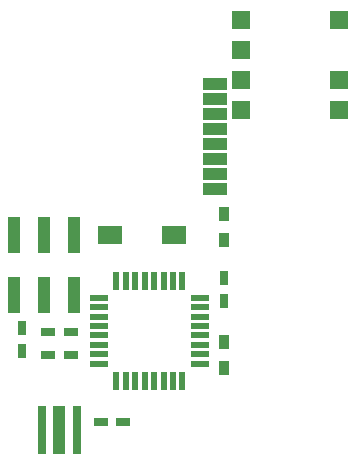
<source format=gbr>
G04 #@! TF.GenerationSoftware,KiCad,Pcbnew,(5.0.1)-4*
G04 #@! TF.CreationDate,2019-04-29T20:25:54+02:00*
G04 #@! TF.ProjectId,MyWallSwitch,4D7957616C6C5377697463682E6B6963,2*
G04 #@! TF.SameCoordinates,Original*
G04 #@! TF.FileFunction,Paste,Top*
G04 #@! TF.FilePolarity,Positive*
%FSLAX46Y46*%
G04 Gerber Fmt 4.6, Leading zero omitted, Abs format (unit mm)*
G04 Created by KiCad (PCBNEW (5.0.1)-4) date 29.04.2019 20:25:54*
%MOMM*%
%LPD*%
G01*
G04 APERTURE LIST*
%ADD10R,1.500000X1.500000*%
%ADD11R,2.000000X1.000000*%
%ADD12R,0.550000X1.600000*%
%ADD13R,1.600000X0.550000*%
%ADD14R,0.700000X4.100000*%
%ADD15R,1.000000X4.100000*%
%ADD16R,0.900000X1.200000*%
%ADD17R,1.000000X3.150000*%
%ADD18R,0.750000X1.200000*%
%ADD19R,1.200000X0.750000*%
%ADD20R,2.000000X1.600000*%
G04 APERTURE END LIST*
D10*
G04 #@! TO.C,U3*
X153207000Y-82169000D03*
X153207000Y-87249000D03*
X153207000Y-89789000D03*
X144907000Y-89789000D03*
X144907000Y-87249000D03*
X144907000Y-84709000D03*
X144907000Y-82169000D03*
G04 #@! TD*
D11*
G04 #@! TO.C,U4*
X142685000Y-96475000D03*
X142685000Y-95205000D03*
X142685000Y-93935000D03*
X142685000Y-92665000D03*
X142685000Y-91395000D03*
X142685000Y-90125000D03*
X142685000Y-88855000D03*
X142685000Y-87585000D03*
G04 #@! TD*
D12*
G04 #@! TO.C,U2*
X139960000Y-112708000D03*
X139160000Y-112708000D03*
X138360000Y-112708000D03*
X137560000Y-112708000D03*
X136760000Y-112708000D03*
X135960000Y-112708000D03*
X135160000Y-112708000D03*
X134360000Y-112708000D03*
D13*
X132910000Y-111258000D03*
X132910000Y-110458000D03*
X132910000Y-109658000D03*
X132910000Y-108858000D03*
X132910000Y-108058000D03*
X132910000Y-107258000D03*
X132910000Y-106458000D03*
X132910000Y-105658000D03*
D12*
X134360000Y-104208000D03*
X135160000Y-104208000D03*
X135960000Y-104208000D03*
X136760000Y-104208000D03*
X137560000Y-104208000D03*
X138360000Y-104208000D03*
X139160000Y-104208000D03*
X139960000Y-104208000D03*
D13*
X141410000Y-105658000D03*
X141410000Y-106458000D03*
X141410000Y-107258000D03*
X141410000Y-108058000D03*
X141410000Y-108858000D03*
X141410000Y-109658000D03*
X141410000Y-110458000D03*
X141410000Y-111258000D03*
G04 #@! TD*
D14*
G04 #@! TO.C,Y1*
X131040000Y-116840000D03*
D15*
X129540000Y-116840000D03*
D14*
X128040000Y-116840000D03*
G04 #@! TD*
D16*
G04 #@! TO.C,R1*
X143510000Y-98595000D03*
X143510000Y-100795000D03*
G04 #@! TD*
G04 #@! TO.C,R2*
X143510000Y-109390000D03*
X143510000Y-111590000D03*
G04 #@! TD*
D17*
G04 #@! TO.C,J3*
X125730000Y-105395000D03*
X125730000Y-100345000D03*
X128270000Y-105395000D03*
X128270000Y-100345000D03*
X130810000Y-105395000D03*
X130810000Y-100345000D03*
G04 #@! TD*
D18*
G04 #@! TO.C,C1*
X143510000Y-105913000D03*
X143510000Y-104013000D03*
G04 #@! TD*
D19*
G04 #@! TO.C,C3*
X130490000Y-108585000D03*
X128590000Y-108585000D03*
G04 #@! TD*
D18*
G04 #@! TO.C,C6*
X126365000Y-110170000D03*
X126365000Y-108270000D03*
G04 #@! TD*
D19*
G04 #@! TO.C,C4*
X133035000Y-116205000D03*
X134935000Y-116205000D03*
G04 #@! TD*
G04 #@! TO.C,C2*
X130490000Y-110490000D03*
X128590000Y-110490000D03*
G04 #@! TD*
D20*
G04 #@! TO.C,SW1*
X139225000Y-100330000D03*
X133825000Y-100330000D03*
G04 #@! TD*
M02*

</source>
